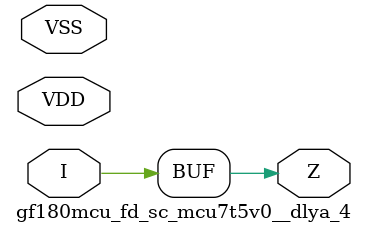
<source format=v>

module gf180mcu_fd_sc_mcu7t5v0__dlya_4( I, Z, VDD, VSS );
input I;
inout VDD, VSS;
output Z;

	buf MGM_BG_0( Z, I );

endmodule

</source>
